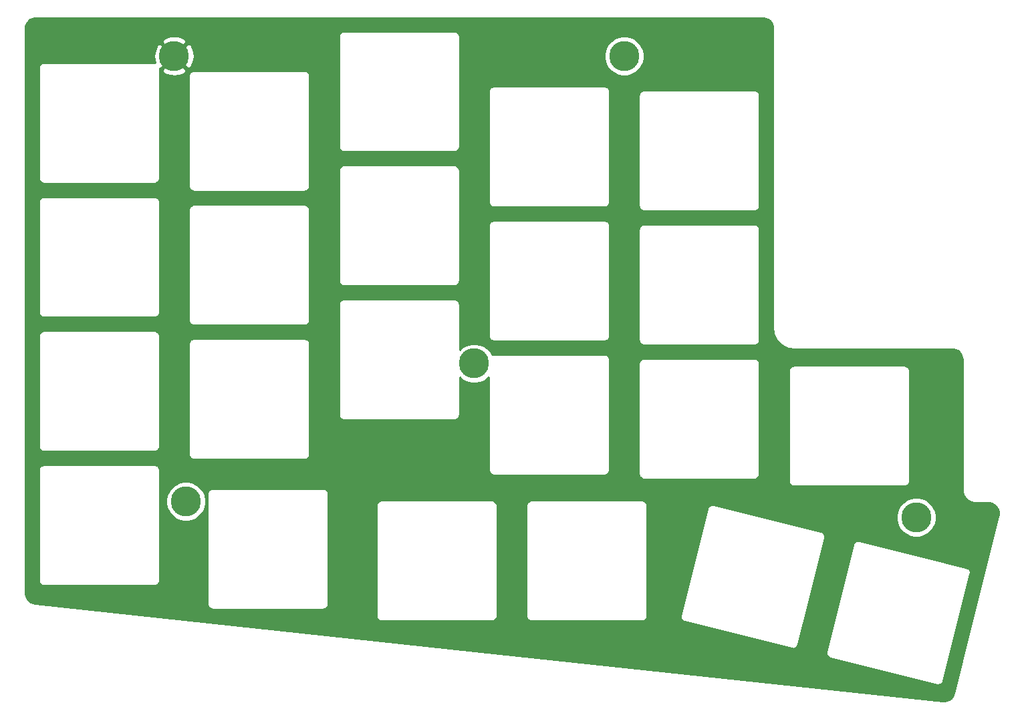
<source format=gbr>
G04 #@! TF.GenerationSoftware,KiCad,Pcbnew,(5.1.2)-2*
G04 #@! TF.CreationDate,2020-04-16T23:42:25+09:00*
G04 #@! TF.ProjectId,17mm topplate,31376d6d-2074-46f7-9070-6c6174652e6b,rev?*
G04 #@! TF.SameCoordinates,Original*
G04 #@! TF.FileFunction,Copper,L2,Bot*
G04 #@! TF.FilePolarity,Positive*
%FSLAX46Y46*%
G04 Gerber Fmt 4.6, Leading zero omitted, Abs format (unit mm)*
G04 Created by KiCad (PCBNEW (5.1.2)-2) date 2020-04-16 23:42:25*
%MOMM*%
%LPD*%
G04 APERTURE LIST*
%ADD10C,3.800000*%
%ADD11C,0.254000*%
G04 APERTURE END LIST*
D10*
X193500000Y-134000000D03*
X137500000Y-114500000D03*
X156500000Y-75500000D03*
X101000000Y-132000000D03*
X99500000Y-75500000D03*
D11*
G36*
X174259659Y-70688625D02*
G01*
X174509429Y-70764035D01*
X174739792Y-70886522D01*
X174941980Y-71051422D01*
X175108286Y-71252450D01*
X175232378Y-71481954D01*
X175309531Y-71731195D01*
X175340001Y-72021098D01*
X175340000Y-110032418D01*
X175342852Y-110061372D01*
X175342765Y-110073781D01*
X175343665Y-110082952D01*
X175384466Y-110471145D01*
X175396487Y-110529708D01*
X175407702Y-110588501D01*
X175410366Y-110597323D01*
X175525790Y-110970198D01*
X175548975Y-111025353D01*
X175571379Y-111080806D01*
X175575706Y-111088943D01*
X175761357Y-111432298D01*
X175794780Y-111481849D01*
X175827562Y-111531946D01*
X175833387Y-111539087D01*
X176082194Y-111839841D01*
X176124629Y-111881981D01*
X176166492Y-111924730D01*
X176173592Y-111930604D01*
X176476077Y-112177305D01*
X176525904Y-112210409D01*
X176575259Y-112244204D01*
X176583365Y-112248587D01*
X176928007Y-112431837D01*
X176983311Y-112454631D01*
X177038295Y-112478198D01*
X177047098Y-112480923D01*
X177420770Y-112593741D01*
X177479458Y-112605361D01*
X177537961Y-112617797D01*
X177547126Y-112618760D01*
X177935595Y-112656850D01*
X177935598Y-112656850D01*
X177967581Y-112660000D01*
X197967721Y-112660000D01*
X198259659Y-112688625D01*
X198509429Y-112764035D01*
X198739792Y-112886522D01*
X198941980Y-113051422D01*
X199108286Y-113252450D01*
X199232378Y-113481954D01*
X199309531Y-113731195D01*
X199340000Y-114021089D01*
X199340001Y-130532419D01*
X199342783Y-130560664D01*
X199342740Y-130566801D01*
X199343640Y-130575972D01*
X199364041Y-130770069D01*
X199376068Y-130828658D01*
X199387277Y-130887423D01*
X199389941Y-130896245D01*
X199447653Y-131082683D01*
X199470838Y-131137838D01*
X199493242Y-131193291D01*
X199497568Y-131201427D01*
X199590393Y-131373104D01*
X199623846Y-131422699D01*
X199656600Y-131472753D01*
X199662424Y-131479894D01*
X199786828Y-131630272D01*
X199829263Y-131672411D01*
X199871126Y-131715161D01*
X199878227Y-131721034D01*
X200029469Y-131844384D01*
X200079277Y-131877477D01*
X200128651Y-131911284D01*
X200136757Y-131915667D01*
X200309080Y-132007292D01*
X200364392Y-132030090D01*
X200419366Y-132053652D01*
X200428169Y-132056377D01*
X200615006Y-132112786D01*
X200673686Y-132124405D01*
X200732196Y-132136842D01*
X200741361Y-132137805D01*
X200935594Y-132156850D01*
X200935598Y-132156850D01*
X200967581Y-132160000D01*
X202542402Y-132160000D01*
X202849368Y-132190098D01*
X203098852Y-132265422D01*
X203328962Y-132387773D01*
X203530919Y-132552485D01*
X203697041Y-132753292D01*
X203820995Y-132982539D01*
X203898060Y-133231497D01*
X203925300Y-133490673D01*
X203899551Y-133773613D01*
X203887308Y-133829539D01*
X198297366Y-156249206D01*
X198198807Y-156523339D01*
X198064422Y-156747213D01*
X197889114Y-156940720D01*
X197679558Y-157096491D01*
X197443739Y-157208592D01*
X197190631Y-157272754D01*
X196907457Y-157287718D01*
X196839948Y-157282643D01*
X139942779Y-151176799D01*
X182052048Y-151176799D01*
X182058570Y-151306643D01*
X182090296Y-151432720D01*
X182146010Y-151550186D01*
X182223570Y-151654526D01*
X182319995Y-151741728D01*
X182431580Y-151808445D01*
X182554037Y-151852110D01*
X182586265Y-151856855D01*
X196107499Y-155228077D01*
X196138177Y-155239016D01*
X196170399Y-155243760D01*
X196170404Y-155243761D01*
X196266798Y-155257952D01*
X196266799Y-155257952D01*
X196273008Y-155257640D01*
X196396643Y-155251431D01*
X196522720Y-155219704D01*
X196640186Y-155163990D01*
X196744526Y-155086430D01*
X196831729Y-154990005D01*
X196898445Y-154878420D01*
X196942110Y-154755963D01*
X196946855Y-154723735D01*
X200318077Y-141202501D01*
X200329016Y-141171823D01*
X200347952Y-141043201D01*
X200341431Y-140913356D01*
X200309704Y-140787279D01*
X200253990Y-140669813D01*
X200176430Y-140565473D01*
X200080005Y-140478271D01*
X199968421Y-140411554D01*
X199876647Y-140378830D01*
X199876637Y-140378827D01*
X199845963Y-140367890D01*
X199813745Y-140363147D01*
X186292503Y-136991924D01*
X186261823Y-136980984D01*
X186229598Y-136976240D01*
X186229595Y-136976239D01*
X186133201Y-136962048D01*
X186003356Y-136968569D01*
X185877279Y-137000296D01*
X185759813Y-137056010D01*
X185655473Y-137133570D01*
X185568271Y-137229995D01*
X185501554Y-137341579D01*
X185468830Y-137433353D01*
X185468827Y-137433363D01*
X185457890Y-137464037D01*
X185453147Y-137496255D01*
X182081924Y-151017497D01*
X182070984Y-151048177D01*
X182066240Y-151080402D01*
X182066239Y-151080405D01*
X182052048Y-151176799D01*
X139942779Y-151176799D01*
X81902781Y-144948314D01*
X81604155Y-144886884D01*
X81363675Y-144785678D01*
X81147439Y-144639693D01*
X80963675Y-144454486D01*
X80819382Y-144237110D01*
X80720060Y-143995852D01*
X80666329Y-143723891D01*
X80660000Y-143593933D01*
X80660000Y-128000000D01*
X82336807Y-128000000D01*
X82340001Y-128032429D01*
X82340000Y-141967581D01*
X82336807Y-142000000D01*
X82349550Y-142129383D01*
X82387290Y-142253793D01*
X82448575Y-142368450D01*
X82531052Y-142468948D01*
X82631550Y-142551425D01*
X82746207Y-142612710D01*
X82870617Y-142650450D01*
X83000000Y-142663193D01*
X83032419Y-142660000D01*
X96967581Y-142660000D01*
X97000000Y-142663193D01*
X97032419Y-142660000D01*
X97129383Y-142650450D01*
X97253793Y-142612710D01*
X97368450Y-142551425D01*
X97468948Y-142468948D01*
X97551425Y-142368450D01*
X97612710Y-142253793D01*
X97650450Y-142129383D01*
X97663193Y-142000000D01*
X97660000Y-141967581D01*
X97660000Y-131750324D01*
X98465000Y-131750324D01*
X98465000Y-132249676D01*
X98562418Y-132739432D01*
X98753512Y-133200773D01*
X99030937Y-133615968D01*
X99384032Y-133969063D01*
X99799227Y-134246488D01*
X100260568Y-134437582D01*
X100750324Y-134535000D01*
X101249676Y-134535000D01*
X101739432Y-134437582D01*
X102200773Y-134246488D01*
X102615968Y-133969063D01*
X102969063Y-133615968D01*
X103246488Y-133200773D01*
X103437582Y-132739432D01*
X103535000Y-132249676D01*
X103535000Y-131750324D01*
X103437582Y-131260568D01*
X103329652Y-131000000D01*
X103706807Y-131000000D01*
X103710001Y-131032429D01*
X103710000Y-144967581D01*
X103706807Y-145000000D01*
X103719550Y-145129383D01*
X103757290Y-145253793D01*
X103818575Y-145368450D01*
X103861225Y-145420419D01*
X103901052Y-145468948D01*
X104001550Y-145551425D01*
X104116207Y-145612710D01*
X104240617Y-145650450D01*
X104370000Y-145663193D01*
X104402419Y-145660000D01*
X118337581Y-145660000D01*
X118370000Y-145663193D01*
X118402419Y-145660000D01*
X118499383Y-145650450D01*
X118623793Y-145612710D01*
X118738450Y-145551425D01*
X118838948Y-145468948D01*
X118921425Y-145368450D01*
X118982710Y-145253793D01*
X119020450Y-145129383D01*
X119033193Y-145000000D01*
X119030000Y-144967581D01*
X119030000Y-132500000D01*
X125086807Y-132500000D01*
X125090001Y-132532429D01*
X125090000Y-146467581D01*
X125086807Y-146500000D01*
X125099550Y-146629383D01*
X125137290Y-146753793D01*
X125198575Y-146868450D01*
X125273861Y-146960186D01*
X125281052Y-146968948D01*
X125381550Y-147051425D01*
X125496207Y-147112710D01*
X125620617Y-147150450D01*
X125750000Y-147163193D01*
X125782419Y-147160000D01*
X139717581Y-147160000D01*
X139750000Y-147163193D01*
X139782419Y-147160000D01*
X139879383Y-147150450D01*
X140003793Y-147112710D01*
X140118450Y-147051425D01*
X140218948Y-146968948D01*
X140301425Y-146868450D01*
X140362710Y-146753793D01*
X140400450Y-146629383D01*
X140413193Y-146500000D01*
X140410000Y-146467581D01*
X140410000Y-132532419D01*
X140413193Y-132500000D01*
X144086807Y-132500000D01*
X144090001Y-132532429D01*
X144090000Y-146467581D01*
X144086807Y-146500000D01*
X144099550Y-146629383D01*
X144137290Y-146753793D01*
X144198575Y-146868450D01*
X144273861Y-146960186D01*
X144281052Y-146968948D01*
X144381550Y-147051425D01*
X144496207Y-147112710D01*
X144620617Y-147150450D01*
X144750000Y-147163193D01*
X144782419Y-147160000D01*
X158717581Y-147160000D01*
X158750000Y-147163193D01*
X158782419Y-147160000D01*
X158879383Y-147150450D01*
X159003793Y-147112710D01*
X159118450Y-147051425D01*
X159218948Y-146968948D01*
X159301425Y-146868450D01*
X159362710Y-146753793D01*
X159400450Y-146629383D01*
X159404644Y-146586799D01*
X163622048Y-146586799D01*
X163628570Y-146716643D01*
X163660296Y-146842720D01*
X163716010Y-146960186D01*
X163793570Y-147064526D01*
X163889995Y-147151728D01*
X164001580Y-147218445D01*
X164124037Y-147262110D01*
X164156265Y-147266855D01*
X177677499Y-150638077D01*
X177708177Y-150649016D01*
X177740399Y-150653760D01*
X177740404Y-150653761D01*
X177836798Y-150667952D01*
X177836799Y-150667952D01*
X177843008Y-150667640D01*
X177966643Y-150661431D01*
X178092720Y-150629704D01*
X178210186Y-150573990D01*
X178314526Y-150496430D01*
X178401729Y-150400005D01*
X178468445Y-150288420D01*
X178512110Y-150165963D01*
X178516855Y-150133735D01*
X181888077Y-136612501D01*
X181899016Y-136581823D01*
X181905910Y-136535000D01*
X181917952Y-136453202D01*
X181911431Y-136323357D01*
X181879704Y-136197280D01*
X181823990Y-136079814D01*
X181823990Y-136079813D01*
X181746430Y-135975473D01*
X181650005Y-135888271D01*
X181538421Y-135821554D01*
X181446647Y-135788830D01*
X181446637Y-135788827D01*
X181415963Y-135777890D01*
X181383745Y-135773147D01*
X173270643Y-133750324D01*
X190965000Y-133750324D01*
X190965000Y-134249676D01*
X191062418Y-134739432D01*
X191253512Y-135200773D01*
X191530937Y-135615968D01*
X191884032Y-135969063D01*
X192299227Y-136246488D01*
X192760568Y-136437582D01*
X193250324Y-136535000D01*
X193749676Y-136535000D01*
X194239432Y-136437582D01*
X194700773Y-136246488D01*
X195115968Y-135969063D01*
X195469063Y-135615968D01*
X195746488Y-135200773D01*
X195937582Y-134739432D01*
X196035000Y-134249676D01*
X196035000Y-133750324D01*
X195937582Y-133260568D01*
X195746488Y-132799227D01*
X195469063Y-132384032D01*
X195115968Y-132030937D01*
X194700773Y-131753512D01*
X194239432Y-131562418D01*
X193749676Y-131465000D01*
X193250324Y-131465000D01*
X192760568Y-131562418D01*
X192299227Y-131753512D01*
X191884032Y-132030937D01*
X191530937Y-132384032D01*
X191253512Y-132799227D01*
X191062418Y-133260568D01*
X190965000Y-133750324D01*
X173270643Y-133750324D01*
X167862503Y-132401924D01*
X167831823Y-132390984D01*
X167799598Y-132386240D01*
X167799595Y-132386239D01*
X167703201Y-132372048D01*
X167573356Y-132378569D01*
X167447279Y-132410296D01*
X167329813Y-132466010D01*
X167225473Y-132543570D01*
X167138271Y-132639995D01*
X167071554Y-132751579D01*
X167038830Y-132843353D01*
X167038827Y-132843363D01*
X167027890Y-132874037D01*
X167023147Y-132906255D01*
X163651924Y-146427497D01*
X163640984Y-146458177D01*
X163636240Y-146490402D01*
X163636239Y-146490405D01*
X163622048Y-146586799D01*
X159404644Y-146586799D01*
X159413193Y-146500000D01*
X159410000Y-146467581D01*
X159410000Y-132532419D01*
X159413193Y-132500000D01*
X159400450Y-132370617D01*
X159362710Y-132246207D01*
X159301425Y-132131550D01*
X159218948Y-132031052D01*
X159118450Y-131948575D01*
X159003793Y-131887290D01*
X158879383Y-131849550D01*
X158782419Y-131840000D01*
X158750000Y-131836807D01*
X158717581Y-131840000D01*
X144782419Y-131840000D01*
X144750000Y-131836807D01*
X144717581Y-131840000D01*
X144620617Y-131849550D01*
X144496207Y-131887290D01*
X144381550Y-131948575D01*
X144281052Y-132031052D01*
X144198575Y-132131550D01*
X144137290Y-132246207D01*
X144099550Y-132370617D01*
X144086807Y-132500000D01*
X140413193Y-132500000D01*
X140400450Y-132370617D01*
X140362710Y-132246207D01*
X140301425Y-132131550D01*
X140218948Y-132031052D01*
X140118450Y-131948575D01*
X140003793Y-131887290D01*
X139879383Y-131849550D01*
X139782419Y-131840000D01*
X139750000Y-131836807D01*
X139717581Y-131840000D01*
X125782419Y-131840000D01*
X125750000Y-131836807D01*
X125717581Y-131840000D01*
X125620617Y-131849550D01*
X125496207Y-131887290D01*
X125381550Y-131948575D01*
X125281052Y-132031052D01*
X125198575Y-132131550D01*
X125137290Y-132246207D01*
X125099550Y-132370617D01*
X125086807Y-132500000D01*
X119030000Y-132500000D01*
X119030000Y-131032419D01*
X119033193Y-131000000D01*
X119020450Y-130870617D01*
X118982710Y-130746207D01*
X118921425Y-130631550D01*
X118838948Y-130531052D01*
X118738450Y-130448575D01*
X118623793Y-130387290D01*
X118499383Y-130349550D01*
X118402419Y-130340000D01*
X118370000Y-130336807D01*
X118337581Y-130340000D01*
X104402419Y-130340000D01*
X104370000Y-130336807D01*
X104337581Y-130340000D01*
X104240617Y-130349550D01*
X104116207Y-130387290D01*
X104001550Y-130448575D01*
X103901052Y-130531052D01*
X103818575Y-130631550D01*
X103757290Y-130746207D01*
X103719550Y-130870617D01*
X103706807Y-131000000D01*
X103329652Y-131000000D01*
X103246488Y-130799227D01*
X102969063Y-130384032D01*
X102615968Y-130030937D01*
X102200773Y-129753512D01*
X101739432Y-129562418D01*
X101249676Y-129465000D01*
X100750324Y-129465000D01*
X100260568Y-129562418D01*
X99799227Y-129753512D01*
X99384032Y-130030937D01*
X99030937Y-130384032D01*
X98753512Y-130799227D01*
X98562418Y-131260568D01*
X98465000Y-131750324D01*
X97660000Y-131750324D01*
X97660000Y-128032418D01*
X97663193Y-128000000D01*
X97650450Y-127870617D01*
X97612710Y-127746207D01*
X97551425Y-127631550D01*
X97468948Y-127531052D01*
X97368450Y-127448575D01*
X97253793Y-127387290D01*
X97129383Y-127349550D01*
X97032419Y-127340000D01*
X97000000Y-127336807D01*
X96967581Y-127340000D01*
X83032419Y-127340000D01*
X83000000Y-127336807D01*
X82967581Y-127340000D01*
X82870617Y-127349550D01*
X82746207Y-127387290D01*
X82631550Y-127448575D01*
X82531052Y-127531052D01*
X82448575Y-127631550D01*
X82387290Y-127746207D01*
X82349550Y-127870617D01*
X82336807Y-128000000D01*
X80660000Y-128000000D01*
X80660000Y-111000000D01*
X82336807Y-111000000D01*
X82340001Y-111032429D01*
X82340000Y-124967581D01*
X82336807Y-125000000D01*
X82349550Y-125129383D01*
X82387290Y-125253793D01*
X82448575Y-125368450D01*
X82464037Y-125387290D01*
X82531052Y-125468948D01*
X82631550Y-125551425D01*
X82746207Y-125612710D01*
X82870617Y-125650450D01*
X83000000Y-125663193D01*
X83032419Y-125660000D01*
X96967581Y-125660000D01*
X97000000Y-125663193D01*
X97032419Y-125660000D01*
X97129383Y-125650450D01*
X97253793Y-125612710D01*
X97368450Y-125551425D01*
X97468948Y-125468948D01*
X97551425Y-125368450D01*
X97612710Y-125253793D01*
X97650450Y-125129383D01*
X97663193Y-125000000D01*
X97660000Y-124967581D01*
X97660000Y-112000000D01*
X101336807Y-112000000D01*
X101340001Y-112032429D01*
X101340000Y-125967581D01*
X101336807Y-126000000D01*
X101349550Y-126129383D01*
X101387290Y-126253793D01*
X101448575Y-126368450D01*
X101531052Y-126468948D01*
X101631550Y-126551425D01*
X101746207Y-126612710D01*
X101870617Y-126650450D01*
X102000000Y-126663193D01*
X102032419Y-126660000D01*
X115967581Y-126660000D01*
X116000000Y-126663193D01*
X116032419Y-126660000D01*
X116129383Y-126650450D01*
X116253793Y-126612710D01*
X116368450Y-126551425D01*
X116468948Y-126468948D01*
X116551425Y-126368450D01*
X116612710Y-126253793D01*
X116650450Y-126129383D01*
X116663193Y-126000000D01*
X116660000Y-125967581D01*
X116660000Y-112032419D01*
X116663193Y-112000000D01*
X116650450Y-111870617D01*
X116612710Y-111746207D01*
X116551425Y-111631550D01*
X116468948Y-111531052D01*
X116368450Y-111448575D01*
X116253793Y-111387290D01*
X116129383Y-111349550D01*
X116032419Y-111340000D01*
X116000000Y-111336807D01*
X115967581Y-111340000D01*
X102032419Y-111340000D01*
X102000000Y-111336807D01*
X101967581Y-111340000D01*
X101870617Y-111349550D01*
X101746207Y-111387290D01*
X101631550Y-111448575D01*
X101531052Y-111531052D01*
X101448575Y-111631550D01*
X101387290Y-111746207D01*
X101349550Y-111870617D01*
X101336807Y-112000000D01*
X97660000Y-112000000D01*
X97660000Y-111032418D01*
X97663193Y-111000000D01*
X97650450Y-110870617D01*
X97612710Y-110746207D01*
X97551425Y-110631550D01*
X97468948Y-110531052D01*
X97368450Y-110448575D01*
X97253793Y-110387290D01*
X97129383Y-110349550D01*
X97032419Y-110340000D01*
X97000000Y-110336807D01*
X96967581Y-110340000D01*
X83032419Y-110340000D01*
X83000000Y-110336807D01*
X82967581Y-110340000D01*
X82870617Y-110349550D01*
X82746207Y-110387290D01*
X82631550Y-110448575D01*
X82531052Y-110531052D01*
X82448575Y-110631550D01*
X82387290Y-110746207D01*
X82349550Y-110870617D01*
X82336807Y-111000000D01*
X80660000Y-111000000D01*
X80660000Y-94000000D01*
X82336807Y-94000000D01*
X82340001Y-94032429D01*
X82340000Y-107967581D01*
X82336807Y-108000000D01*
X82349550Y-108129383D01*
X82387290Y-108253793D01*
X82448575Y-108368450D01*
X82464037Y-108387290D01*
X82531052Y-108468948D01*
X82631550Y-108551425D01*
X82746207Y-108612710D01*
X82870617Y-108650450D01*
X83000000Y-108663193D01*
X83032419Y-108660000D01*
X96967581Y-108660000D01*
X97000000Y-108663193D01*
X97032419Y-108660000D01*
X97129383Y-108650450D01*
X97253793Y-108612710D01*
X97368450Y-108551425D01*
X97468948Y-108468948D01*
X97551425Y-108368450D01*
X97612710Y-108253793D01*
X97650450Y-108129383D01*
X97663193Y-108000000D01*
X97660000Y-107967581D01*
X97660000Y-95000000D01*
X101336807Y-95000000D01*
X101340001Y-95032429D01*
X101340000Y-108967581D01*
X101336807Y-109000000D01*
X101349550Y-109129383D01*
X101387290Y-109253793D01*
X101448575Y-109368450D01*
X101459804Y-109382132D01*
X101531052Y-109468948D01*
X101631550Y-109551425D01*
X101746207Y-109612710D01*
X101870617Y-109650450D01*
X102000000Y-109663193D01*
X102032419Y-109660000D01*
X115967581Y-109660000D01*
X116000000Y-109663193D01*
X116032419Y-109660000D01*
X116129383Y-109650450D01*
X116253793Y-109612710D01*
X116368450Y-109551425D01*
X116468948Y-109468948D01*
X116551425Y-109368450D01*
X116612710Y-109253793D01*
X116650450Y-109129383D01*
X116663193Y-109000000D01*
X116660000Y-108967581D01*
X116660000Y-107000000D01*
X120336807Y-107000000D01*
X120340001Y-107032429D01*
X120340000Y-120967581D01*
X120336807Y-121000000D01*
X120349550Y-121129383D01*
X120387290Y-121253793D01*
X120448575Y-121368450D01*
X120531052Y-121468948D01*
X120631550Y-121551425D01*
X120746207Y-121612710D01*
X120870617Y-121650450D01*
X121000000Y-121663193D01*
X121032419Y-121660000D01*
X134967581Y-121660000D01*
X135000000Y-121663193D01*
X135032419Y-121660000D01*
X135129383Y-121650450D01*
X135253793Y-121612710D01*
X135368450Y-121551425D01*
X135468948Y-121468948D01*
X135551425Y-121368450D01*
X135612710Y-121253793D01*
X135650450Y-121129383D01*
X135663193Y-121000000D01*
X135660000Y-120967581D01*
X135660000Y-116245031D01*
X135884032Y-116469063D01*
X136299227Y-116746488D01*
X136760568Y-116937582D01*
X137250324Y-117035000D01*
X137749676Y-117035000D01*
X138239432Y-116937582D01*
X138700773Y-116746488D01*
X139115968Y-116469063D01*
X139340001Y-116245030D01*
X139340000Y-127967581D01*
X139336807Y-128000000D01*
X139349550Y-128129383D01*
X139387290Y-128253793D01*
X139448575Y-128368450D01*
X139531052Y-128468948D01*
X139631550Y-128551425D01*
X139746207Y-128612710D01*
X139870617Y-128650450D01*
X140000000Y-128663193D01*
X140032419Y-128660000D01*
X153967581Y-128660000D01*
X154000000Y-128663193D01*
X154032419Y-128660000D01*
X154129383Y-128650450D01*
X154253793Y-128612710D01*
X154368450Y-128551425D01*
X154468948Y-128468948D01*
X154551425Y-128368450D01*
X154612710Y-128253793D01*
X154650450Y-128129383D01*
X154663193Y-128000000D01*
X154660000Y-127967581D01*
X154660000Y-114500000D01*
X158336807Y-114500000D01*
X158340001Y-114532429D01*
X158340000Y-128467581D01*
X158336807Y-128500000D01*
X158349550Y-128629383D01*
X158387290Y-128753793D01*
X158448575Y-128868450D01*
X158508158Y-128941052D01*
X158531052Y-128968948D01*
X158631550Y-129051425D01*
X158746207Y-129112710D01*
X158870617Y-129150450D01*
X159000000Y-129163193D01*
X159032419Y-129160000D01*
X172967581Y-129160000D01*
X173000000Y-129163193D01*
X173032419Y-129160000D01*
X173070931Y-129156207D01*
X173129383Y-129150450D01*
X173253793Y-129112710D01*
X173368450Y-129051425D01*
X173468948Y-128968948D01*
X173551425Y-128868450D01*
X173612710Y-128753793D01*
X173650450Y-128629383D01*
X173660000Y-128532419D01*
X173660000Y-128532418D01*
X173663193Y-128500000D01*
X173660000Y-128467581D01*
X173660000Y-115410000D01*
X177336807Y-115410000D01*
X177340001Y-115442429D01*
X177340000Y-129377581D01*
X177336807Y-129410000D01*
X177349550Y-129539383D01*
X177387290Y-129663793D01*
X177448575Y-129778450D01*
X177509034Y-129852119D01*
X177531052Y-129878948D01*
X177631550Y-129961425D01*
X177746207Y-130022710D01*
X177870617Y-130060450D01*
X178000000Y-130073193D01*
X178032419Y-130070000D01*
X191967581Y-130070000D01*
X192000000Y-130073193D01*
X192032419Y-130070000D01*
X192040065Y-130069247D01*
X192129383Y-130060450D01*
X192253793Y-130022710D01*
X192368450Y-129961425D01*
X192468948Y-129878948D01*
X192551425Y-129778450D01*
X192612710Y-129663793D01*
X192650450Y-129539383D01*
X192660000Y-129442419D01*
X192660000Y-129442418D01*
X192663193Y-129410000D01*
X192660000Y-129377581D01*
X192660000Y-115442419D01*
X192663193Y-115410000D01*
X192650450Y-115280617D01*
X192612710Y-115156207D01*
X192551425Y-115041550D01*
X192468948Y-114941052D01*
X192368450Y-114858575D01*
X192253793Y-114797290D01*
X192129383Y-114759550D01*
X192032419Y-114750000D01*
X192000000Y-114746807D01*
X191967581Y-114750000D01*
X178032419Y-114750000D01*
X178000000Y-114746807D01*
X177967581Y-114750000D01*
X177870617Y-114759550D01*
X177746207Y-114797290D01*
X177631550Y-114858575D01*
X177531052Y-114941052D01*
X177448575Y-115041550D01*
X177387290Y-115156207D01*
X177349550Y-115280617D01*
X177336807Y-115410000D01*
X173660000Y-115410000D01*
X173660000Y-114532419D01*
X173663193Y-114500000D01*
X173650450Y-114370617D01*
X173612710Y-114246207D01*
X173551425Y-114131550D01*
X173468948Y-114031052D01*
X173368450Y-113948575D01*
X173253793Y-113887290D01*
X173129383Y-113849550D01*
X173032419Y-113840000D01*
X173000000Y-113836807D01*
X172967581Y-113840000D01*
X159032419Y-113840000D01*
X159000000Y-113836807D01*
X158967581Y-113840000D01*
X158870617Y-113849550D01*
X158746207Y-113887290D01*
X158631550Y-113948575D01*
X158531052Y-114031052D01*
X158448575Y-114131550D01*
X158387290Y-114246207D01*
X158349550Y-114370617D01*
X158336807Y-114500000D01*
X154660000Y-114500000D01*
X154660000Y-114032419D01*
X154663193Y-114000000D01*
X154650450Y-113870617D01*
X154612710Y-113746207D01*
X154551425Y-113631550D01*
X154468948Y-113531052D01*
X154368450Y-113448575D01*
X154253793Y-113387290D01*
X154129383Y-113349550D01*
X154032419Y-113340000D01*
X154000000Y-113336807D01*
X153967581Y-113340000D01*
X140032419Y-113340000D01*
X140000000Y-113336807D01*
X139967581Y-113340000D01*
X139870617Y-113349550D01*
X139778862Y-113377384D01*
X139746488Y-113299227D01*
X139469063Y-112884032D01*
X139115968Y-112530937D01*
X138700773Y-112253512D01*
X138239432Y-112062418D01*
X137749676Y-111965000D01*
X137250324Y-111965000D01*
X136760568Y-112062418D01*
X136299227Y-112253512D01*
X135884032Y-112530937D01*
X135660000Y-112754969D01*
X135660000Y-107032419D01*
X135663193Y-107000000D01*
X135650450Y-106870617D01*
X135612710Y-106746207D01*
X135551425Y-106631550D01*
X135468948Y-106531052D01*
X135368450Y-106448575D01*
X135253793Y-106387290D01*
X135129383Y-106349550D01*
X135032419Y-106340000D01*
X135000000Y-106336807D01*
X134967581Y-106340000D01*
X121032419Y-106340000D01*
X121000000Y-106336807D01*
X120967581Y-106340000D01*
X120870617Y-106349550D01*
X120746207Y-106387290D01*
X120631550Y-106448575D01*
X120531052Y-106531052D01*
X120448575Y-106631550D01*
X120387290Y-106746207D01*
X120349550Y-106870617D01*
X120336807Y-107000000D01*
X116660000Y-107000000D01*
X116660000Y-95032419D01*
X116663193Y-95000000D01*
X116650450Y-94870617D01*
X116612710Y-94746207D01*
X116551425Y-94631550D01*
X116468948Y-94531052D01*
X116368450Y-94448575D01*
X116253793Y-94387290D01*
X116129383Y-94349550D01*
X116032419Y-94340000D01*
X116000000Y-94336807D01*
X115967581Y-94340000D01*
X102032419Y-94340000D01*
X102000000Y-94336807D01*
X101967581Y-94340000D01*
X101870617Y-94349550D01*
X101746207Y-94387290D01*
X101631550Y-94448575D01*
X101531052Y-94531052D01*
X101448575Y-94631550D01*
X101387290Y-94746207D01*
X101349550Y-94870617D01*
X101336807Y-95000000D01*
X97660000Y-95000000D01*
X97660000Y-94032418D01*
X97663193Y-94000000D01*
X97650450Y-93870617D01*
X97612710Y-93746207D01*
X97551425Y-93631550D01*
X97468948Y-93531052D01*
X97368450Y-93448575D01*
X97253793Y-93387290D01*
X97129383Y-93349550D01*
X97032419Y-93340000D01*
X97000000Y-93336807D01*
X96967581Y-93340000D01*
X83032419Y-93340000D01*
X83000000Y-93336807D01*
X82967581Y-93340000D01*
X82870617Y-93349550D01*
X82746207Y-93387290D01*
X82631550Y-93448575D01*
X82531052Y-93531052D01*
X82448575Y-93631550D01*
X82387290Y-93746207D01*
X82349550Y-93870617D01*
X82336807Y-94000000D01*
X80660000Y-94000000D01*
X80660000Y-77000000D01*
X82336807Y-77000000D01*
X82340001Y-77032429D01*
X82340000Y-90967581D01*
X82336807Y-91000000D01*
X82349550Y-91129383D01*
X82387290Y-91253793D01*
X82448575Y-91368450D01*
X82464037Y-91387290D01*
X82531052Y-91468948D01*
X82631550Y-91551425D01*
X82746207Y-91612710D01*
X82870617Y-91650450D01*
X83000000Y-91663193D01*
X83032419Y-91660000D01*
X96967581Y-91660000D01*
X97000000Y-91663193D01*
X97032419Y-91660000D01*
X97129383Y-91650450D01*
X97253793Y-91612710D01*
X97368450Y-91551425D01*
X97468948Y-91468948D01*
X97551425Y-91368450D01*
X97612710Y-91253793D01*
X97650450Y-91129383D01*
X97663193Y-91000000D01*
X97660000Y-90967581D01*
X97660000Y-77276349D01*
X97903256Y-77276349D01*
X98107362Y-77632867D01*
X98550223Y-77863575D01*
X99029583Y-78003452D01*
X99527021Y-78047123D01*
X99958494Y-78000000D01*
X101336807Y-78000000D01*
X101340001Y-78032429D01*
X101340000Y-91967581D01*
X101336807Y-92000000D01*
X101349550Y-92129383D01*
X101387290Y-92253793D01*
X101448575Y-92368450D01*
X101531052Y-92468948D01*
X101631550Y-92551425D01*
X101746207Y-92612710D01*
X101870617Y-92650450D01*
X102000000Y-92663193D01*
X102032419Y-92660000D01*
X115967581Y-92660000D01*
X116000000Y-92663193D01*
X116032419Y-92660000D01*
X116129383Y-92650450D01*
X116253793Y-92612710D01*
X116368450Y-92551425D01*
X116468948Y-92468948D01*
X116551425Y-92368450D01*
X116612710Y-92253793D01*
X116650450Y-92129383D01*
X116663193Y-92000000D01*
X116660000Y-91967581D01*
X116660000Y-90000000D01*
X120336807Y-90000000D01*
X120340001Y-90032429D01*
X120340000Y-103967581D01*
X120336807Y-104000000D01*
X120349550Y-104129383D01*
X120387290Y-104253793D01*
X120448575Y-104368450D01*
X120531052Y-104468948D01*
X120631550Y-104551425D01*
X120746207Y-104612710D01*
X120870617Y-104650450D01*
X121000000Y-104663193D01*
X121032419Y-104660000D01*
X134967581Y-104660000D01*
X135000000Y-104663193D01*
X135032419Y-104660000D01*
X135129383Y-104650450D01*
X135253793Y-104612710D01*
X135368450Y-104551425D01*
X135468948Y-104468948D01*
X135551425Y-104368450D01*
X135612710Y-104253793D01*
X135650450Y-104129383D01*
X135663193Y-104000000D01*
X135660000Y-103967581D01*
X135660000Y-97000000D01*
X139336807Y-97000000D01*
X139340001Y-97032429D01*
X139340000Y-110967581D01*
X139336807Y-111000000D01*
X139349550Y-111129383D01*
X139387290Y-111253793D01*
X139448575Y-111368450D01*
X139520689Y-111456321D01*
X139531052Y-111468948D01*
X139631550Y-111551425D01*
X139746207Y-111612710D01*
X139870617Y-111650450D01*
X140000000Y-111663193D01*
X140032419Y-111660000D01*
X153967581Y-111660000D01*
X154000000Y-111663193D01*
X154032419Y-111660000D01*
X154129383Y-111650450D01*
X154253793Y-111612710D01*
X154368450Y-111551425D01*
X154468948Y-111468948D01*
X154551425Y-111368450D01*
X154612710Y-111253793D01*
X154650450Y-111129383D01*
X154663193Y-111000000D01*
X154660000Y-110967581D01*
X154660000Y-97500000D01*
X158336807Y-97500000D01*
X158340001Y-97532429D01*
X158340000Y-111467581D01*
X158336807Y-111500000D01*
X158349550Y-111629383D01*
X158387290Y-111753793D01*
X158448575Y-111868450D01*
X158527812Y-111965000D01*
X158531052Y-111968948D01*
X158631550Y-112051425D01*
X158746207Y-112112710D01*
X158870617Y-112150450D01*
X159000000Y-112163193D01*
X159032419Y-112160000D01*
X172967581Y-112160000D01*
X173000000Y-112163193D01*
X173032419Y-112160000D01*
X173129383Y-112150450D01*
X173253793Y-112112710D01*
X173368450Y-112051425D01*
X173468948Y-111968948D01*
X173551425Y-111868450D01*
X173612710Y-111753793D01*
X173650450Y-111629383D01*
X173663193Y-111500000D01*
X173660000Y-111467581D01*
X173660000Y-97532419D01*
X173663193Y-97500000D01*
X173650450Y-97370617D01*
X173612710Y-97246207D01*
X173551425Y-97131550D01*
X173468948Y-97031052D01*
X173368450Y-96948575D01*
X173253793Y-96887290D01*
X173129383Y-96849550D01*
X173032419Y-96840000D01*
X173000000Y-96836807D01*
X172967581Y-96840000D01*
X159032419Y-96840000D01*
X159000000Y-96836807D01*
X158967581Y-96840000D01*
X158870617Y-96849550D01*
X158746207Y-96887290D01*
X158631550Y-96948575D01*
X158531052Y-97031052D01*
X158448575Y-97131550D01*
X158387290Y-97246207D01*
X158349550Y-97370617D01*
X158336807Y-97500000D01*
X154660000Y-97500000D01*
X154660000Y-97032419D01*
X154663193Y-97000000D01*
X154650450Y-96870617D01*
X154612710Y-96746207D01*
X154551425Y-96631550D01*
X154468948Y-96531052D01*
X154368450Y-96448575D01*
X154253793Y-96387290D01*
X154129383Y-96349550D01*
X154032419Y-96340000D01*
X154000000Y-96336807D01*
X153967581Y-96340000D01*
X140032419Y-96340000D01*
X140000000Y-96336807D01*
X139967581Y-96340000D01*
X139870617Y-96349550D01*
X139746207Y-96387290D01*
X139631550Y-96448575D01*
X139531052Y-96531052D01*
X139448575Y-96631550D01*
X139387290Y-96746207D01*
X139349550Y-96870617D01*
X139336807Y-97000000D01*
X135660000Y-97000000D01*
X135660000Y-90032419D01*
X135663193Y-90000000D01*
X135650450Y-89870617D01*
X135612710Y-89746207D01*
X135551425Y-89631550D01*
X135468948Y-89531052D01*
X135368450Y-89448575D01*
X135253793Y-89387290D01*
X135129383Y-89349550D01*
X135032419Y-89340000D01*
X135000000Y-89336807D01*
X134967581Y-89340000D01*
X121032419Y-89340000D01*
X121000000Y-89336807D01*
X120967581Y-89340000D01*
X120870617Y-89349550D01*
X120746207Y-89387290D01*
X120631550Y-89448575D01*
X120531052Y-89531052D01*
X120448575Y-89631550D01*
X120387290Y-89746207D01*
X120349550Y-89870617D01*
X120336807Y-90000000D01*
X116660000Y-90000000D01*
X116660000Y-78032419D01*
X116663193Y-78000000D01*
X116650450Y-77870617D01*
X116612710Y-77746207D01*
X116551425Y-77631550D01*
X116468948Y-77531052D01*
X116368450Y-77448575D01*
X116253793Y-77387290D01*
X116129383Y-77349550D01*
X116032419Y-77340000D01*
X116000000Y-77336807D01*
X115967581Y-77340000D01*
X102032419Y-77340000D01*
X102000000Y-77336807D01*
X101967581Y-77340000D01*
X101870617Y-77349550D01*
X101746207Y-77387290D01*
X101631550Y-77448575D01*
X101531052Y-77531052D01*
X101448575Y-77631550D01*
X101387290Y-77746207D01*
X101349550Y-77870617D01*
X101336807Y-78000000D01*
X99958494Y-78000000D01*
X100023422Y-77992909D01*
X100499707Y-77842894D01*
X100892638Y-77632867D01*
X101096744Y-77276349D01*
X99500000Y-75679605D01*
X97903256Y-77276349D01*
X97660000Y-77276349D01*
X97660000Y-77060304D01*
X97723651Y-77096744D01*
X99320395Y-75500000D01*
X99679605Y-75500000D01*
X101276349Y-77096744D01*
X101632867Y-76892638D01*
X101863575Y-76449777D01*
X102003452Y-75970417D01*
X102047123Y-75472979D01*
X101992909Y-74976578D01*
X101842894Y-74500293D01*
X101632867Y-74107362D01*
X101276349Y-73903256D01*
X99679605Y-75500000D01*
X99320395Y-75500000D01*
X97723651Y-73903256D01*
X97367133Y-74107362D01*
X97136425Y-74550223D01*
X96996548Y-75029583D01*
X96952877Y-75527021D01*
X97007091Y-76023422D01*
X97109185Y-76347561D01*
X97032419Y-76340000D01*
X97000000Y-76336807D01*
X96967581Y-76340000D01*
X83032419Y-76340000D01*
X83000000Y-76336807D01*
X82967581Y-76340000D01*
X82870617Y-76349550D01*
X82746207Y-76387290D01*
X82631550Y-76448575D01*
X82531052Y-76531052D01*
X82448575Y-76631550D01*
X82387290Y-76746207D01*
X82349550Y-76870617D01*
X82336807Y-77000000D01*
X80660000Y-77000000D01*
X80660000Y-73723651D01*
X97903256Y-73723651D01*
X99500000Y-75320395D01*
X101096744Y-73723651D01*
X100892638Y-73367133D01*
X100449777Y-73136425D01*
X99982248Y-73000000D01*
X120336807Y-73000000D01*
X120340001Y-73032429D01*
X120340000Y-86967581D01*
X120336807Y-87000000D01*
X120349550Y-87129383D01*
X120387290Y-87253793D01*
X120448575Y-87368450D01*
X120531052Y-87468948D01*
X120631550Y-87551425D01*
X120746207Y-87612710D01*
X120870617Y-87650450D01*
X121000000Y-87663193D01*
X121032419Y-87660000D01*
X134967581Y-87660000D01*
X135000000Y-87663193D01*
X135032419Y-87660000D01*
X135129383Y-87650450D01*
X135253793Y-87612710D01*
X135368450Y-87551425D01*
X135468948Y-87468948D01*
X135551425Y-87368450D01*
X135612710Y-87253793D01*
X135650450Y-87129383D01*
X135663193Y-87000000D01*
X135660000Y-86967581D01*
X135660000Y-80000000D01*
X139336807Y-80000000D01*
X139340001Y-80032429D01*
X139340000Y-93967581D01*
X139336807Y-94000000D01*
X139349550Y-94129383D01*
X139387290Y-94253793D01*
X139448575Y-94368450D01*
X139464037Y-94387290D01*
X139531052Y-94468948D01*
X139631550Y-94551425D01*
X139746207Y-94612710D01*
X139870617Y-94650450D01*
X140000000Y-94663193D01*
X140032419Y-94660000D01*
X153967581Y-94660000D01*
X154000000Y-94663193D01*
X154032419Y-94660000D01*
X154129383Y-94650450D01*
X154253793Y-94612710D01*
X154368450Y-94551425D01*
X154468948Y-94468948D01*
X154551425Y-94368450D01*
X154612710Y-94253793D01*
X154650450Y-94129383D01*
X154663193Y-94000000D01*
X154660000Y-93967581D01*
X154660000Y-80500000D01*
X158336807Y-80500000D01*
X158340001Y-80532429D01*
X158340000Y-94467581D01*
X158336807Y-94500000D01*
X158349550Y-94629383D01*
X158387290Y-94753793D01*
X158448575Y-94868450D01*
X158529930Y-94967581D01*
X158531052Y-94968948D01*
X158631550Y-95051425D01*
X158746207Y-95112710D01*
X158870617Y-95150450D01*
X159000000Y-95163193D01*
X159032419Y-95160000D01*
X172967581Y-95160000D01*
X173000000Y-95163193D01*
X173032419Y-95160000D01*
X173129383Y-95150450D01*
X173253793Y-95112710D01*
X173368450Y-95051425D01*
X173468948Y-94968948D01*
X173551425Y-94868450D01*
X173612710Y-94753793D01*
X173650450Y-94629383D01*
X173663193Y-94500000D01*
X173660000Y-94467581D01*
X173660000Y-80532419D01*
X173663193Y-80500000D01*
X173650450Y-80370617D01*
X173612710Y-80246207D01*
X173551425Y-80131550D01*
X173468948Y-80031052D01*
X173368450Y-79948575D01*
X173253793Y-79887290D01*
X173129383Y-79849550D01*
X173032419Y-79840000D01*
X173000000Y-79836807D01*
X172967581Y-79840000D01*
X159032419Y-79840000D01*
X159000000Y-79836807D01*
X158967581Y-79840000D01*
X158870617Y-79849550D01*
X158746207Y-79887290D01*
X158631550Y-79948575D01*
X158531052Y-80031052D01*
X158448575Y-80131550D01*
X158387290Y-80246207D01*
X158349550Y-80370617D01*
X158336807Y-80500000D01*
X154660000Y-80500000D01*
X154660000Y-80032419D01*
X154663193Y-80000000D01*
X154650450Y-79870617D01*
X154612710Y-79746207D01*
X154551425Y-79631550D01*
X154468948Y-79531052D01*
X154368450Y-79448575D01*
X154253793Y-79387290D01*
X154129383Y-79349550D01*
X154032419Y-79340000D01*
X154000000Y-79336807D01*
X153967581Y-79340000D01*
X140032419Y-79340000D01*
X140000000Y-79336807D01*
X139967581Y-79340000D01*
X139870617Y-79349550D01*
X139746207Y-79387290D01*
X139631550Y-79448575D01*
X139531052Y-79531052D01*
X139448575Y-79631550D01*
X139387290Y-79746207D01*
X139349550Y-79870617D01*
X139336807Y-80000000D01*
X135660000Y-80000000D01*
X135660000Y-75250324D01*
X153965000Y-75250324D01*
X153965000Y-75749676D01*
X154062418Y-76239432D01*
X154253512Y-76700773D01*
X154530937Y-77115968D01*
X154884032Y-77469063D01*
X155299227Y-77746488D01*
X155760568Y-77937582D01*
X156250324Y-78035000D01*
X156749676Y-78035000D01*
X157239432Y-77937582D01*
X157700773Y-77746488D01*
X158115968Y-77469063D01*
X158469063Y-77115968D01*
X158746488Y-76700773D01*
X158937582Y-76239432D01*
X159035000Y-75749676D01*
X159035000Y-75250324D01*
X158937582Y-74760568D01*
X158746488Y-74299227D01*
X158469063Y-73884032D01*
X158115968Y-73530937D01*
X157700773Y-73253512D01*
X157239432Y-73062418D01*
X156749676Y-72965000D01*
X156250324Y-72965000D01*
X155760568Y-73062418D01*
X155299227Y-73253512D01*
X154884032Y-73530937D01*
X154530937Y-73884032D01*
X154253512Y-74299227D01*
X154062418Y-74760568D01*
X153965000Y-75250324D01*
X135660000Y-75250324D01*
X135660000Y-73032419D01*
X135663193Y-73000000D01*
X135650450Y-72870617D01*
X135612710Y-72746207D01*
X135551425Y-72631550D01*
X135468948Y-72531052D01*
X135368450Y-72448575D01*
X135253793Y-72387290D01*
X135129383Y-72349550D01*
X135032419Y-72340000D01*
X135000000Y-72336807D01*
X134967581Y-72340000D01*
X121032419Y-72340000D01*
X121000000Y-72336807D01*
X120967581Y-72340000D01*
X120870617Y-72349550D01*
X120746207Y-72387290D01*
X120631550Y-72448575D01*
X120531052Y-72531052D01*
X120448575Y-72631550D01*
X120387290Y-72746207D01*
X120349550Y-72870617D01*
X120336807Y-73000000D01*
X99982248Y-73000000D01*
X99970417Y-72996548D01*
X99472979Y-72952877D01*
X98976578Y-73007091D01*
X98500293Y-73157106D01*
X98107362Y-73367133D01*
X97903256Y-73723651D01*
X80660000Y-73723651D01*
X80660000Y-72032279D01*
X80688625Y-71740341D01*
X80764035Y-71490571D01*
X80886522Y-71260208D01*
X81051422Y-71058020D01*
X81252450Y-70891714D01*
X81481954Y-70767622D01*
X81731195Y-70690469D01*
X82021088Y-70660000D01*
X173967721Y-70660000D01*
X174259659Y-70688625D01*
X174259659Y-70688625D01*
G37*
X174259659Y-70688625D02*
X174509429Y-70764035D01*
X174739792Y-70886522D01*
X174941980Y-71051422D01*
X175108286Y-71252450D01*
X175232378Y-71481954D01*
X175309531Y-71731195D01*
X175340001Y-72021098D01*
X175340000Y-110032418D01*
X175342852Y-110061372D01*
X175342765Y-110073781D01*
X175343665Y-110082952D01*
X175384466Y-110471145D01*
X175396487Y-110529708D01*
X175407702Y-110588501D01*
X175410366Y-110597323D01*
X175525790Y-110970198D01*
X175548975Y-111025353D01*
X175571379Y-111080806D01*
X175575706Y-111088943D01*
X175761357Y-111432298D01*
X175794780Y-111481849D01*
X175827562Y-111531946D01*
X175833387Y-111539087D01*
X176082194Y-111839841D01*
X176124629Y-111881981D01*
X176166492Y-111924730D01*
X176173592Y-111930604D01*
X176476077Y-112177305D01*
X176525904Y-112210409D01*
X176575259Y-112244204D01*
X176583365Y-112248587D01*
X176928007Y-112431837D01*
X176983311Y-112454631D01*
X177038295Y-112478198D01*
X177047098Y-112480923D01*
X177420770Y-112593741D01*
X177479458Y-112605361D01*
X177537961Y-112617797D01*
X177547126Y-112618760D01*
X177935595Y-112656850D01*
X177935598Y-112656850D01*
X177967581Y-112660000D01*
X197967721Y-112660000D01*
X198259659Y-112688625D01*
X198509429Y-112764035D01*
X198739792Y-112886522D01*
X198941980Y-113051422D01*
X199108286Y-113252450D01*
X199232378Y-113481954D01*
X199309531Y-113731195D01*
X199340000Y-114021089D01*
X199340001Y-130532419D01*
X199342783Y-130560664D01*
X199342740Y-130566801D01*
X199343640Y-130575972D01*
X199364041Y-130770069D01*
X199376068Y-130828658D01*
X199387277Y-130887423D01*
X199389941Y-130896245D01*
X199447653Y-131082683D01*
X199470838Y-131137838D01*
X199493242Y-131193291D01*
X199497568Y-131201427D01*
X199590393Y-131373104D01*
X199623846Y-131422699D01*
X199656600Y-131472753D01*
X199662424Y-131479894D01*
X199786828Y-131630272D01*
X199829263Y-131672411D01*
X199871126Y-131715161D01*
X199878227Y-131721034D01*
X200029469Y-131844384D01*
X200079277Y-131877477D01*
X200128651Y-131911284D01*
X200136757Y-131915667D01*
X200309080Y-132007292D01*
X200364392Y-132030090D01*
X200419366Y-132053652D01*
X200428169Y-132056377D01*
X200615006Y-132112786D01*
X200673686Y-132124405D01*
X200732196Y-132136842D01*
X200741361Y-132137805D01*
X200935594Y-132156850D01*
X200935598Y-132156850D01*
X200967581Y-132160000D01*
X202542402Y-132160000D01*
X202849368Y-132190098D01*
X203098852Y-132265422D01*
X203328962Y-132387773D01*
X203530919Y-132552485D01*
X203697041Y-132753292D01*
X203820995Y-132982539D01*
X203898060Y-133231497D01*
X203925300Y-133490673D01*
X203899551Y-133773613D01*
X203887308Y-133829539D01*
X198297366Y-156249206D01*
X198198807Y-156523339D01*
X198064422Y-156747213D01*
X197889114Y-156940720D01*
X197679558Y-157096491D01*
X197443739Y-157208592D01*
X197190631Y-157272754D01*
X196907457Y-157287718D01*
X196839948Y-157282643D01*
X139942779Y-151176799D01*
X182052048Y-151176799D01*
X182058570Y-151306643D01*
X182090296Y-151432720D01*
X182146010Y-151550186D01*
X182223570Y-151654526D01*
X182319995Y-151741728D01*
X182431580Y-151808445D01*
X182554037Y-151852110D01*
X182586265Y-151856855D01*
X196107499Y-155228077D01*
X196138177Y-155239016D01*
X196170399Y-155243760D01*
X196170404Y-155243761D01*
X196266798Y-155257952D01*
X196266799Y-155257952D01*
X196273008Y-155257640D01*
X196396643Y-155251431D01*
X196522720Y-155219704D01*
X196640186Y-155163990D01*
X196744526Y-155086430D01*
X196831729Y-154990005D01*
X196898445Y-154878420D01*
X196942110Y-154755963D01*
X196946855Y-154723735D01*
X200318077Y-141202501D01*
X200329016Y-141171823D01*
X200347952Y-141043201D01*
X200341431Y-140913356D01*
X200309704Y-140787279D01*
X200253990Y-140669813D01*
X200176430Y-140565473D01*
X200080005Y-140478271D01*
X199968421Y-140411554D01*
X199876647Y-140378830D01*
X199876637Y-140378827D01*
X199845963Y-140367890D01*
X199813745Y-140363147D01*
X186292503Y-136991924D01*
X186261823Y-136980984D01*
X186229598Y-136976240D01*
X186229595Y-136976239D01*
X186133201Y-136962048D01*
X186003356Y-136968569D01*
X185877279Y-137000296D01*
X185759813Y-137056010D01*
X185655473Y-137133570D01*
X185568271Y-137229995D01*
X185501554Y-137341579D01*
X185468830Y-137433353D01*
X185468827Y-137433363D01*
X185457890Y-137464037D01*
X185453147Y-137496255D01*
X182081924Y-151017497D01*
X182070984Y-151048177D01*
X182066240Y-151080402D01*
X182066239Y-151080405D01*
X182052048Y-151176799D01*
X139942779Y-151176799D01*
X81902781Y-144948314D01*
X81604155Y-144886884D01*
X81363675Y-144785678D01*
X81147439Y-144639693D01*
X80963675Y-144454486D01*
X80819382Y-144237110D01*
X80720060Y-143995852D01*
X80666329Y-143723891D01*
X80660000Y-143593933D01*
X80660000Y-128000000D01*
X82336807Y-128000000D01*
X82340001Y-128032429D01*
X82340000Y-141967581D01*
X82336807Y-142000000D01*
X82349550Y-142129383D01*
X82387290Y-142253793D01*
X82448575Y-142368450D01*
X82531052Y-142468948D01*
X82631550Y-142551425D01*
X82746207Y-142612710D01*
X82870617Y-142650450D01*
X83000000Y-142663193D01*
X83032419Y-142660000D01*
X96967581Y-142660000D01*
X97000000Y-142663193D01*
X97032419Y-142660000D01*
X97129383Y-142650450D01*
X97253793Y-142612710D01*
X97368450Y-142551425D01*
X97468948Y-142468948D01*
X97551425Y-142368450D01*
X97612710Y-142253793D01*
X97650450Y-142129383D01*
X97663193Y-142000000D01*
X97660000Y-141967581D01*
X97660000Y-131750324D01*
X98465000Y-131750324D01*
X98465000Y-132249676D01*
X98562418Y-132739432D01*
X98753512Y-133200773D01*
X99030937Y-133615968D01*
X99384032Y-133969063D01*
X99799227Y-134246488D01*
X100260568Y-134437582D01*
X100750324Y-134535000D01*
X101249676Y-134535000D01*
X101739432Y-134437582D01*
X102200773Y-134246488D01*
X102615968Y-133969063D01*
X102969063Y-133615968D01*
X103246488Y-133200773D01*
X103437582Y-132739432D01*
X103535000Y-132249676D01*
X103535000Y-131750324D01*
X103437582Y-131260568D01*
X103329652Y-131000000D01*
X103706807Y-131000000D01*
X103710001Y-131032429D01*
X103710000Y-144967581D01*
X103706807Y-145000000D01*
X103719550Y-145129383D01*
X103757290Y-145253793D01*
X103818575Y-145368450D01*
X103861225Y-145420419D01*
X103901052Y-145468948D01*
X104001550Y-145551425D01*
X104116207Y-145612710D01*
X104240617Y-145650450D01*
X104370000Y-145663193D01*
X104402419Y-145660000D01*
X118337581Y-145660000D01*
X118370000Y-145663193D01*
X118402419Y-145660000D01*
X118499383Y-145650450D01*
X118623793Y-145612710D01*
X118738450Y-145551425D01*
X118838948Y-145468948D01*
X118921425Y-145368450D01*
X118982710Y-145253793D01*
X119020450Y-145129383D01*
X119033193Y-145000000D01*
X119030000Y-144967581D01*
X119030000Y-132500000D01*
X125086807Y-132500000D01*
X125090001Y-132532429D01*
X125090000Y-146467581D01*
X125086807Y-146500000D01*
X125099550Y-146629383D01*
X125137290Y-146753793D01*
X125198575Y-146868450D01*
X125273861Y-146960186D01*
X125281052Y-146968948D01*
X125381550Y-147051425D01*
X125496207Y-147112710D01*
X125620617Y-147150450D01*
X125750000Y-147163193D01*
X125782419Y-147160000D01*
X139717581Y-147160000D01*
X139750000Y-147163193D01*
X139782419Y-147160000D01*
X139879383Y-147150450D01*
X140003793Y-147112710D01*
X140118450Y-147051425D01*
X140218948Y-146968948D01*
X140301425Y-146868450D01*
X140362710Y-146753793D01*
X140400450Y-146629383D01*
X140413193Y-146500000D01*
X140410000Y-146467581D01*
X140410000Y-132532419D01*
X140413193Y-132500000D01*
X144086807Y-132500000D01*
X144090001Y-132532429D01*
X144090000Y-146467581D01*
X144086807Y-146500000D01*
X144099550Y-146629383D01*
X144137290Y-146753793D01*
X144198575Y-146868450D01*
X144273861Y-146960186D01*
X144281052Y-146968948D01*
X144381550Y-147051425D01*
X144496207Y-147112710D01*
X144620617Y-147150450D01*
X144750000Y-147163193D01*
X144782419Y-147160000D01*
X158717581Y-147160000D01*
X158750000Y-147163193D01*
X158782419Y-147160000D01*
X158879383Y-147150450D01*
X159003793Y-147112710D01*
X159118450Y-147051425D01*
X159218948Y-146968948D01*
X159301425Y-146868450D01*
X159362710Y-146753793D01*
X159400450Y-146629383D01*
X159404644Y-146586799D01*
X163622048Y-146586799D01*
X163628570Y-146716643D01*
X163660296Y-146842720D01*
X163716010Y-146960186D01*
X163793570Y-147064526D01*
X163889995Y-147151728D01*
X164001580Y-147218445D01*
X164124037Y-147262110D01*
X164156265Y-147266855D01*
X177677499Y-150638077D01*
X177708177Y-150649016D01*
X177740399Y-150653760D01*
X177740404Y-150653761D01*
X177836798Y-150667952D01*
X177836799Y-150667952D01*
X177843008Y-150667640D01*
X177966643Y-150661431D01*
X178092720Y-150629704D01*
X178210186Y-150573990D01*
X178314526Y-150496430D01*
X178401729Y-150400005D01*
X178468445Y-150288420D01*
X178512110Y-150165963D01*
X178516855Y-150133735D01*
X181888077Y-136612501D01*
X181899016Y-136581823D01*
X181905910Y-136535000D01*
X181917952Y-136453202D01*
X181911431Y-136323357D01*
X181879704Y-136197280D01*
X181823990Y-136079814D01*
X181823990Y-136079813D01*
X181746430Y-135975473D01*
X181650005Y-135888271D01*
X181538421Y-135821554D01*
X181446647Y-135788830D01*
X181446637Y-135788827D01*
X181415963Y-135777890D01*
X181383745Y-135773147D01*
X173270643Y-133750324D01*
X190965000Y-133750324D01*
X190965000Y-134249676D01*
X191062418Y-134739432D01*
X191253512Y-135200773D01*
X191530937Y-135615968D01*
X191884032Y-135969063D01*
X192299227Y-136246488D01*
X192760568Y-136437582D01*
X193250324Y-136535000D01*
X193749676Y-136535000D01*
X194239432Y-136437582D01*
X194700773Y-136246488D01*
X195115968Y-135969063D01*
X195469063Y-135615968D01*
X195746488Y-135200773D01*
X195937582Y-134739432D01*
X196035000Y-134249676D01*
X196035000Y-133750324D01*
X195937582Y-133260568D01*
X195746488Y-132799227D01*
X195469063Y-132384032D01*
X195115968Y-132030937D01*
X194700773Y-131753512D01*
X194239432Y-131562418D01*
X193749676Y-131465000D01*
X193250324Y-131465000D01*
X192760568Y-131562418D01*
X192299227Y-131753512D01*
X191884032Y-132030937D01*
X191530937Y-132384032D01*
X191253512Y-132799227D01*
X191062418Y-133260568D01*
X190965000Y-133750324D01*
X173270643Y-133750324D01*
X167862503Y-132401924D01*
X167831823Y-132390984D01*
X167799598Y-132386240D01*
X167799595Y-132386239D01*
X167703201Y-132372048D01*
X167573356Y-132378569D01*
X167447279Y-132410296D01*
X167329813Y-132466010D01*
X167225473Y-132543570D01*
X167138271Y-132639995D01*
X167071554Y-132751579D01*
X167038830Y-132843353D01*
X167038827Y-132843363D01*
X167027890Y-132874037D01*
X167023147Y-132906255D01*
X163651924Y-146427497D01*
X163640984Y-146458177D01*
X163636240Y-146490402D01*
X163636239Y-146490405D01*
X163622048Y-146586799D01*
X159404644Y-146586799D01*
X159413193Y-146500000D01*
X159410000Y-146467581D01*
X159410000Y-132532419D01*
X159413193Y-132500000D01*
X159400450Y-132370617D01*
X159362710Y-132246207D01*
X159301425Y-132131550D01*
X159218948Y-132031052D01*
X159118450Y-131948575D01*
X159003793Y-131887290D01*
X158879383Y-131849550D01*
X158782419Y-131840000D01*
X158750000Y-131836807D01*
X158717581Y-131840000D01*
X144782419Y-131840000D01*
X144750000Y-131836807D01*
X144717581Y-131840000D01*
X144620617Y-131849550D01*
X144496207Y-131887290D01*
X144381550Y-131948575D01*
X144281052Y-132031052D01*
X144198575Y-132131550D01*
X144137290Y-132246207D01*
X144099550Y-132370617D01*
X144086807Y-132500000D01*
X140413193Y-132500000D01*
X140400450Y-132370617D01*
X140362710Y-132246207D01*
X140301425Y-132131550D01*
X140218948Y-132031052D01*
X140118450Y-131948575D01*
X140003793Y-131887290D01*
X139879383Y-131849550D01*
X139782419Y-131840000D01*
X139750000Y-131836807D01*
X139717581Y-131840000D01*
X125782419Y-131840000D01*
X125750000Y-131836807D01*
X125717581Y-131840000D01*
X125620617Y-131849550D01*
X125496207Y-131887290D01*
X125381550Y-131948575D01*
X125281052Y-132031052D01*
X125198575Y-132131550D01*
X125137290Y-132246207D01*
X125099550Y-132370617D01*
X125086807Y-132500000D01*
X119030000Y-132500000D01*
X119030000Y-131032419D01*
X119033193Y-131000000D01*
X119020450Y-130870617D01*
X118982710Y-130746207D01*
X118921425Y-130631550D01*
X118838948Y-130531052D01*
X118738450Y-130448575D01*
X118623793Y-130387290D01*
X118499383Y-130349550D01*
X118402419Y-130340000D01*
X118370000Y-130336807D01*
X118337581Y-130340000D01*
X104402419Y-130340000D01*
X104370000Y-130336807D01*
X104337581Y-130340000D01*
X104240617Y-130349550D01*
X104116207Y-130387290D01*
X104001550Y-130448575D01*
X103901052Y-130531052D01*
X103818575Y-130631550D01*
X103757290Y-130746207D01*
X103719550Y-130870617D01*
X103706807Y-131000000D01*
X103329652Y-131000000D01*
X103246488Y-130799227D01*
X102969063Y-130384032D01*
X102615968Y-130030937D01*
X102200773Y-129753512D01*
X101739432Y-129562418D01*
X101249676Y-129465000D01*
X100750324Y-129465000D01*
X100260568Y-129562418D01*
X99799227Y-129753512D01*
X99384032Y-130030937D01*
X99030937Y-130384032D01*
X98753512Y-130799227D01*
X98562418Y-131260568D01*
X98465000Y-131750324D01*
X97660000Y-131750324D01*
X97660000Y-128032418D01*
X97663193Y-128000000D01*
X97650450Y-127870617D01*
X97612710Y-127746207D01*
X97551425Y-127631550D01*
X97468948Y-127531052D01*
X97368450Y-127448575D01*
X97253793Y-127387290D01*
X97129383Y-127349550D01*
X97032419Y-127340000D01*
X97000000Y-127336807D01*
X96967581Y-127340000D01*
X83032419Y-127340000D01*
X83000000Y-127336807D01*
X82967581Y-127340000D01*
X82870617Y-127349550D01*
X82746207Y-127387290D01*
X82631550Y-127448575D01*
X82531052Y-127531052D01*
X82448575Y-127631550D01*
X82387290Y-127746207D01*
X82349550Y-127870617D01*
X82336807Y-128000000D01*
X80660000Y-128000000D01*
X80660000Y-111000000D01*
X82336807Y-111000000D01*
X82340001Y-111032429D01*
X82340000Y-124967581D01*
X82336807Y-125000000D01*
X82349550Y-125129383D01*
X82387290Y-125253793D01*
X82448575Y-125368450D01*
X82464037Y-125387290D01*
X82531052Y-125468948D01*
X82631550Y-125551425D01*
X82746207Y-125612710D01*
X82870617Y-125650450D01*
X83000000Y-125663193D01*
X83032419Y-125660000D01*
X96967581Y-125660000D01*
X97000000Y-125663193D01*
X97032419Y-125660000D01*
X97129383Y-125650450D01*
X97253793Y-125612710D01*
X97368450Y-125551425D01*
X97468948Y-125468948D01*
X97551425Y-125368450D01*
X97612710Y-125253793D01*
X97650450Y-125129383D01*
X97663193Y-125000000D01*
X97660000Y-124967581D01*
X97660000Y-112000000D01*
X101336807Y-112000000D01*
X101340001Y-112032429D01*
X101340000Y-125967581D01*
X101336807Y-126000000D01*
X101349550Y-126129383D01*
X101387290Y-126253793D01*
X101448575Y-126368450D01*
X101531052Y-126468948D01*
X101631550Y-126551425D01*
X101746207Y-126612710D01*
X101870617Y-126650450D01*
X102000000Y-126663193D01*
X102032419Y-126660000D01*
X115967581Y-126660000D01*
X116000000Y-126663193D01*
X116032419Y-126660000D01*
X116129383Y-126650450D01*
X116253793Y-126612710D01*
X116368450Y-126551425D01*
X116468948Y-126468948D01*
X116551425Y-126368450D01*
X116612710Y-126253793D01*
X116650450Y-126129383D01*
X116663193Y-126000000D01*
X116660000Y-125967581D01*
X116660000Y-112032419D01*
X116663193Y-112000000D01*
X116650450Y-111870617D01*
X116612710Y-111746207D01*
X116551425Y-111631550D01*
X116468948Y-111531052D01*
X116368450Y-111448575D01*
X116253793Y-111387290D01*
X116129383Y-111349550D01*
X116032419Y-111340000D01*
X116000000Y-111336807D01*
X115967581Y-111340000D01*
X102032419Y-111340000D01*
X102000000Y-111336807D01*
X101967581Y-111340000D01*
X101870617Y-111349550D01*
X101746207Y-111387290D01*
X101631550Y-111448575D01*
X101531052Y-111531052D01*
X101448575Y-111631550D01*
X101387290Y-111746207D01*
X101349550Y-111870617D01*
X101336807Y-112000000D01*
X97660000Y-112000000D01*
X97660000Y-111032418D01*
X97663193Y-111000000D01*
X97650450Y-110870617D01*
X97612710Y-110746207D01*
X97551425Y-110631550D01*
X97468948Y-110531052D01*
X97368450Y-110448575D01*
X97253793Y-110387290D01*
X97129383Y-110349550D01*
X97032419Y-110340000D01*
X97000000Y-110336807D01*
X96967581Y-110340000D01*
X83032419Y-110340000D01*
X83000000Y-110336807D01*
X82967581Y-110340000D01*
X82870617Y-110349550D01*
X82746207Y-110387290D01*
X82631550Y-110448575D01*
X82531052Y-110531052D01*
X82448575Y-110631550D01*
X82387290Y-110746207D01*
X82349550Y-110870617D01*
X82336807Y-111000000D01*
X80660000Y-111000000D01*
X80660000Y-94000000D01*
X82336807Y-94000000D01*
X82340001Y-94032429D01*
X82340000Y-107967581D01*
X82336807Y-108000000D01*
X82349550Y-108129383D01*
X82387290Y-108253793D01*
X82448575Y-108368450D01*
X82464037Y-108387290D01*
X82531052Y-108468948D01*
X82631550Y-108551425D01*
X82746207Y-108612710D01*
X82870617Y-108650450D01*
X83000000Y-108663193D01*
X83032419Y-108660000D01*
X96967581Y-108660000D01*
X97000000Y-108663193D01*
X97032419Y-108660000D01*
X97129383Y-108650450D01*
X97253793Y-108612710D01*
X97368450Y-108551425D01*
X97468948Y-108468948D01*
X97551425Y-108368450D01*
X97612710Y-108253793D01*
X97650450Y-108129383D01*
X97663193Y-108000000D01*
X97660000Y-107967581D01*
X97660000Y-95000000D01*
X101336807Y-95000000D01*
X101340001Y-95032429D01*
X101340000Y-108967581D01*
X101336807Y-109000000D01*
X101349550Y-109129383D01*
X101387290Y-109253793D01*
X101448575Y-109368450D01*
X101459804Y-109382132D01*
X101531052Y-109468948D01*
X101631550Y-109551425D01*
X101746207Y-109612710D01*
X101870617Y-109650450D01*
X102000000Y-109663193D01*
X102032419Y-109660000D01*
X115967581Y-109660000D01*
X116000000Y-109663193D01*
X116032419Y-109660000D01*
X116129383Y-109650450D01*
X116253793Y-109612710D01*
X116368450Y-109551425D01*
X116468948Y-109468948D01*
X116551425Y-109368450D01*
X116612710Y-109253793D01*
X116650450Y-109129383D01*
X116663193Y-109000000D01*
X116660000Y-108967581D01*
X116660000Y-107000000D01*
X120336807Y-107000000D01*
X120340001Y-107032429D01*
X120340000Y-120967581D01*
X120336807Y-121000000D01*
X120349550Y-121129383D01*
X120387290Y-121253793D01*
X120448575Y-121368450D01*
X120531052Y-121468948D01*
X120631550Y-121551425D01*
X120746207Y-121612710D01*
X120870617Y-121650450D01*
X121000000Y-121663193D01*
X121032419Y-121660000D01*
X134967581Y-121660000D01*
X135000000Y-121663193D01*
X135032419Y-121660000D01*
X135129383Y-121650450D01*
X135253793Y-121612710D01*
X135368450Y-121551425D01*
X135468948Y-121468948D01*
X135551425Y-121368450D01*
X135612710Y-121253793D01*
X135650450Y-121129383D01*
X135663193Y-121000000D01*
X135660000Y-120967581D01*
X135660000Y-116245031D01*
X135884032Y-116469063D01*
X136299227Y-116746488D01*
X136760568Y-116937582D01*
X137250324Y-117035000D01*
X137749676Y-117035000D01*
X138239432Y-116937582D01*
X138700773Y-116746488D01*
X139115968Y-116469063D01*
X139340001Y-116245030D01*
X139340000Y-127967581D01*
X139336807Y-128000000D01*
X139349550Y-128129383D01*
X139387290Y-128253793D01*
X139448575Y-128368450D01*
X139531052Y-128468948D01*
X139631550Y-128551425D01*
X139746207Y-128612710D01*
X139870617Y-128650450D01*
X140000000Y-128663193D01*
X140032419Y-128660000D01*
X153967581Y-128660000D01*
X154000000Y-128663193D01*
X154032419Y-128660000D01*
X154129383Y-128650450D01*
X154253793Y-128612710D01*
X154368450Y-128551425D01*
X154468948Y-128468948D01*
X154551425Y-128368450D01*
X154612710Y-128253793D01*
X154650450Y-128129383D01*
X154663193Y-128000000D01*
X154660000Y-127967581D01*
X154660000Y-114500000D01*
X158336807Y-114500000D01*
X158340001Y-114532429D01*
X158340000Y-128467581D01*
X158336807Y-128500000D01*
X158349550Y-128629383D01*
X158387290Y-128753793D01*
X158448575Y-128868450D01*
X158508158Y-128941052D01*
X158531052Y-128968948D01*
X158631550Y-129051425D01*
X158746207Y-129112710D01*
X158870617Y-129150450D01*
X159000000Y-129163193D01*
X159032419Y-129160000D01*
X172967581Y-129160000D01*
X173000000Y-129163193D01*
X173032419Y-129160000D01*
X173070931Y-129156207D01*
X173129383Y-129150450D01*
X173253793Y-129112710D01*
X173368450Y-129051425D01*
X173468948Y-128968948D01*
X173551425Y-128868450D01*
X173612710Y-128753793D01*
X173650450Y-128629383D01*
X173660000Y-128532419D01*
X173660000Y-128532418D01*
X173663193Y-128500000D01*
X173660000Y-128467581D01*
X173660000Y-115410000D01*
X177336807Y-115410000D01*
X177340001Y-115442429D01*
X177340000Y-129377581D01*
X177336807Y-129410000D01*
X177349550Y-129539383D01*
X177387290Y-129663793D01*
X177448575Y-129778450D01*
X177509034Y-129852119D01*
X177531052Y-129878948D01*
X177631550Y-129961425D01*
X177746207Y-130022710D01*
X177870617Y-130060450D01*
X178000000Y-130073193D01*
X178032419Y-130070000D01*
X191967581Y-130070000D01*
X192000000Y-130073193D01*
X192032419Y-130070000D01*
X192040065Y-130069247D01*
X192129383Y-130060450D01*
X192253793Y-130022710D01*
X192368450Y-129961425D01*
X192468948Y-129878948D01*
X192551425Y-129778450D01*
X192612710Y-129663793D01*
X192650450Y-129539383D01*
X192660000Y-129442419D01*
X192660000Y-129442418D01*
X192663193Y-129410000D01*
X192660000Y-129377581D01*
X192660000Y-115442419D01*
X192663193Y-115410000D01*
X192650450Y-115280617D01*
X192612710Y-115156207D01*
X192551425Y-115041550D01*
X192468948Y-114941052D01*
X192368450Y-114858575D01*
X192253793Y-114797290D01*
X192129383Y-114759550D01*
X192032419Y-114750000D01*
X192000000Y-114746807D01*
X191967581Y-114750000D01*
X178032419Y-114750000D01*
X178000000Y-114746807D01*
X177967581Y-114750000D01*
X177870617Y-114759550D01*
X177746207Y-114797290D01*
X177631550Y-114858575D01*
X177531052Y-114941052D01*
X177448575Y-115041550D01*
X177387290Y-115156207D01*
X177349550Y-115280617D01*
X177336807Y-115410000D01*
X173660000Y-115410000D01*
X173660000Y-114532419D01*
X173663193Y-114500000D01*
X173650450Y-114370617D01*
X173612710Y-114246207D01*
X173551425Y-114131550D01*
X173468948Y-114031052D01*
X173368450Y-113948575D01*
X173253793Y-113887290D01*
X173129383Y-113849550D01*
X173032419Y-113840000D01*
X173000000Y-113836807D01*
X172967581Y-113840000D01*
X159032419Y-113840000D01*
X159000000Y-113836807D01*
X158967581Y-113840000D01*
X158870617Y-113849550D01*
X158746207Y-113887290D01*
X158631550Y-113948575D01*
X158531052Y-114031052D01*
X158448575Y-114131550D01*
X158387290Y-114246207D01*
X158349550Y-114370617D01*
X158336807Y-114500000D01*
X154660000Y-114500000D01*
X154660000Y-114032419D01*
X154663193Y-114000000D01*
X154650450Y-113870617D01*
X154612710Y-113746207D01*
X154551425Y-113631550D01*
X154468948Y-113531052D01*
X154368450Y-113448575D01*
X154253793Y-113387290D01*
X154129383Y-113349550D01*
X154032419Y-113340000D01*
X154000000Y-113336807D01*
X153967581Y-113340000D01*
X140032419Y-113340000D01*
X140000000Y-113336807D01*
X139967581Y-113340000D01*
X139870617Y-113349550D01*
X139778862Y-113377384D01*
X139746488Y-113299227D01*
X139469063Y-112884032D01*
X139115968Y-112530937D01*
X138700773Y-112253512D01*
X138239432Y-112062418D01*
X137749676Y-111965000D01*
X137250324Y-111965000D01*
X136760568Y-112062418D01*
X136299227Y-112253512D01*
X135884032Y-112530937D01*
X135660000Y-112754969D01*
X135660000Y-107032419D01*
X135663193Y-107000000D01*
X135650450Y-106870617D01*
X135612710Y-106746207D01*
X135551425Y-106631550D01*
X135468948Y-106531052D01*
X135368450Y-106448575D01*
X135253793Y-106387290D01*
X135129383Y-106349550D01*
X135032419Y-106340000D01*
X135000000Y-106336807D01*
X134967581Y-106340000D01*
X121032419Y-106340000D01*
X121000000Y-106336807D01*
X120967581Y-106340000D01*
X120870617Y-106349550D01*
X120746207Y-106387290D01*
X120631550Y-106448575D01*
X120531052Y-106531052D01*
X120448575Y-106631550D01*
X120387290Y-106746207D01*
X120349550Y-106870617D01*
X120336807Y-107000000D01*
X116660000Y-107000000D01*
X116660000Y-95032419D01*
X116663193Y-95000000D01*
X116650450Y-94870617D01*
X116612710Y-94746207D01*
X116551425Y-94631550D01*
X116468948Y-94531052D01*
X116368450Y-94448575D01*
X116253793Y-94387290D01*
X116129383Y-94349550D01*
X116032419Y-94340000D01*
X116000000Y-94336807D01*
X115967581Y-94340000D01*
X102032419Y-94340000D01*
X102000000Y-94336807D01*
X101967581Y-94340000D01*
X101870617Y-94349550D01*
X101746207Y-94387290D01*
X101631550Y-94448575D01*
X101531052Y-94531052D01*
X101448575Y-94631550D01*
X101387290Y-94746207D01*
X101349550Y-94870617D01*
X101336807Y-95000000D01*
X97660000Y-95000000D01*
X97660000Y-94032418D01*
X97663193Y-94000000D01*
X97650450Y-93870617D01*
X97612710Y-93746207D01*
X97551425Y-93631550D01*
X97468948Y-93531052D01*
X97368450Y-93448575D01*
X97253793Y-93387290D01*
X97129383Y-93349550D01*
X97032419Y-93340000D01*
X97000000Y-93336807D01*
X96967581Y-93340000D01*
X83032419Y-93340000D01*
X83000000Y-93336807D01*
X82967581Y-93340000D01*
X82870617Y-93349550D01*
X82746207Y-93387290D01*
X82631550Y-93448575D01*
X82531052Y-93531052D01*
X82448575Y-93631550D01*
X82387290Y-93746207D01*
X82349550Y-93870617D01*
X82336807Y-94000000D01*
X80660000Y-94000000D01*
X80660000Y-77000000D01*
X82336807Y-77000000D01*
X82340001Y-77032429D01*
X82340000Y-90967581D01*
X82336807Y-91000000D01*
X82349550Y-91129383D01*
X82387290Y-91253793D01*
X82448575Y-91368450D01*
X82464037Y-91387290D01*
X82531052Y-91468948D01*
X82631550Y-91551425D01*
X82746207Y-91612710D01*
X82870617Y-91650450D01*
X83000000Y-91663193D01*
X83032419Y-91660000D01*
X96967581Y-91660000D01*
X97000000Y-91663193D01*
X97032419Y-91660000D01*
X97129383Y-91650450D01*
X97253793Y-91612710D01*
X97368450Y-91551425D01*
X97468948Y-91468948D01*
X97551425Y-91368450D01*
X97612710Y-91253793D01*
X97650450Y-91129383D01*
X97663193Y-91000000D01*
X97660000Y-90967581D01*
X97660000Y-77276349D01*
X97903256Y-77276349D01*
X98107362Y-77632867D01*
X98550223Y-77863575D01*
X99029583Y-78003452D01*
X99527021Y-78047123D01*
X99958494Y-78000000D01*
X101336807Y-78000000D01*
X101340001Y-78032429D01*
X101340000Y-91967581D01*
X101336807Y-92000000D01*
X101349550Y-92129383D01*
X101387290Y-92253793D01*
X101448575Y-92368450D01*
X101531052Y-92468948D01*
X101631550Y-92551425D01*
X101746207Y-92612710D01*
X101870617Y-92650450D01*
X102000000Y-92663193D01*
X102032419Y-92660000D01*
X115967581Y-92660000D01*
X116000000Y-92663193D01*
X116032419Y-92660000D01*
X116129383Y-92650450D01*
X116253793Y-92612710D01*
X116368450Y-92551425D01*
X116468948Y-92468948D01*
X116551425Y-92368450D01*
X116612710Y-92253793D01*
X116650450Y-92129383D01*
X116663193Y-92000000D01*
X116660000Y-91967581D01*
X116660000Y-90000000D01*
X120336807Y-90000000D01*
X120340001Y-90032429D01*
X120340000Y-103967581D01*
X120336807Y-104000000D01*
X120349550Y-104129383D01*
X120387290Y-104253793D01*
X120448575Y-104368450D01*
X120531052Y-104468948D01*
X120631550Y-104551425D01*
X120746207Y-104612710D01*
X120870617Y-104650450D01*
X121000000Y-104663193D01*
X121032419Y-104660000D01*
X134967581Y-104660000D01*
X135000000Y-104663193D01*
X135032419Y-104660000D01*
X135129383Y-104650450D01*
X135253793Y-104612710D01*
X135368450Y-104551425D01*
X135468948Y-104468948D01*
X135551425Y-104368450D01*
X135612710Y-104253793D01*
X135650450Y-104129383D01*
X135663193Y-104000000D01*
X135660000Y-103967581D01*
X135660000Y-97000000D01*
X139336807Y-97000000D01*
X139340001Y-97032429D01*
X139340000Y-110967581D01*
X139336807Y-111000000D01*
X139349550Y-111129383D01*
X139387290Y-111253793D01*
X139448575Y-111368450D01*
X139520689Y-111456321D01*
X139531052Y-111468948D01*
X139631550Y-111551425D01*
X139746207Y-111612710D01*
X139870617Y-111650450D01*
X140000000Y-111663193D01*
X140032419Y-111660000D01*
X153967581Y-111660000D01*
X154000000Y-111663193D01*
X154032419Y-111660000D01*
X154129383Y-111650450D01*
X154253793Y-111612710D01*
X154368450Y-111551425D01*
X154468948Y-111468948D01*
X154551425Y-111368450D01*
X154612710Y-111253793D01*
X154650450Y-111129383D01*
X154663193Y-111000000D01*
X154660000Y-110967581D01*
X154660000Y-97500000D01*
X158336807Y-97500000D01*
X158340001Y-97532429D01*
X158340000Y-111467581D01*
X158336807Y-111500000D01*
X158349550Y-111629383D01*
X158387290Y-111753793D01*
X158448575Y-111868450D01*
X158527812Y-111965000D01*
X158531052Y-111968948D01*
X158631550Y-112051425D01*
X158746207Y-112112710D01*
X158870617Y-112150450D01*
X159000000Y-112163193D01*
X159032419Y-112160000D01*
X172967581Y-112160000D01*
X173000000Y-112163193D01*
X173032419Y-112160000D01*
X173129383Y-112150450D01*
X173253793Y-112112710D01*
X173368450Y-112051425D01*
X173468948Y-111968948D01*
X173551425Y-111868450D01*
X173612710Y-111753793D01*
X173650450Y-111629383D01*
X173663193Y-111500000D01*
X173660000Y-111467581D01*
X173660000Y-97532419D01*
X173663193Y-97500000D01*
X173650450Y-97370617D01*
X173612710Y-97246207D01*
X173551425Y-97131550D01*
X173468948Y-97031052D01*
X173368450Y-96948575D01*
X173253793Y-96887290D01*
X173129383Y-96849550D01*
X173032419Y-96840000D01*
X173000000Y-96836807D01*
X172967581Y-96840000D01*
X159032419Y-96840000D01*
X159000000Y-96836807D01*
X158967581Y-96840000D01*
X158870617Y-96849550D01*
X158746207Y-96887290D01*
X158631550Y-96948575D01*
X158531052Y-97031052D01*
X158448575Y-97131550D01*
X158387290Y-97246207D01*
X158349550Y-97370617D01*
X158336807Y-97500000D01*
X154660000Y-97500000D01*
X154660000Y-97032419D01*
X154663193Y-97000000D01*
X154650450Y-96870617D01*
X154612710Y-96746207D01*
X154551425Y-96631550D01*
X154468948Y-96531052D01*
X154368450Y-96448575D01*
X154253793Y-96387290D01*
X154129383Y-96349550D01*
X154032419Y-96340000D01*
X154000000Y-96336807D01*
X153967581Y-96340000D01*
X140032419Y-96340000D01*
X140000000Y-96336807D01*
X139967581Y-96340000D01*
X139870617Y-96349550D01*
X139746207Y-96387290D01*
X139631550Y-96448575D01*
X139531052Y-96531052D01*
X139448575Y-96631550D01*
X139387290Y-96746207D01*
X139349550Y-96870617D01*
X139336807Y-97000000D01*
X135660000Y-97000000D01*
X135660000Y-90032419D01*
X135663193Y-90000000D01*
X135650450Y-89870617D01*
X135612710Y-89746207D01*
X135551425Y-89631550D01*
X135468948Y-89531052D01*
X135368450Y-89448575D01*
X135253793Y-89387290D01*
X135129383Y-89349550D01*
X135032419Y-89340000D01*
X135000000Y-89336807D01*
X134967581Y-89340000D01*
X121032419Y-89340000D01*
X121000000Y-89336807D01*
X120967581Y-89340000D01*
X120870617Y-89349550D01*
X120746207Y-89387290D01*
X120631550Y-89448575D01*
X120531052Y-89531052D01*
X120448575Y-89631550D01*
X120387290Y-89746207D01*
X120349550Y-89870617D01*
X120336807Y-90000000D01*
X116660000Y-90000000D01*
X116660000Y-78032419D01*
X116663193Y-78000000D01*
X116650450Y-77870617D01*
X116612710Y-77746207D01*
X116551425Y-77631550D01*
X116468948Y-77531052D01*
X116368450Y-77448575D01*
X116253793Y-77387290D01*
X116129383Y-77349550D01*
X116032419Y-77340000D01*
X116000000Y-77336807D01*
X115967581Y-77340000D01*
X102032419Y-77340000D01*
X102000000Y-77336807D01*
X101967581Y-77340000D01*
X101870617Y-77349550D01*
X101746207Y-77387290D01*
X101631550Y-77448575D01*
X101531052Y-77531052D01*
X101448575Y-77631550D01*
X101387290Y-77746207D01*
X101349550Y-77870617D01*
X101336807Y-78000000D01*
X99958494Y-78000000D01*
X100023422Y-77992909D01*
X100499707Y-77842894D01*
X100892638Y-77632867D01*
X101096744Y-77276349D01*
X99500000Y-75679605D01*
X97903256Y-77276349D01*
X97660000Y-77276349D01*
X97660000Y-77060304D01*
X97723651Y-77096744D01*
X99320395Y-75500000D01*
X99679605Y-75500000D01*
X101276349Y-77096744D01*
X101632867Y-76892638D01*
X101863575Y-76449777D01*
X102003452Y-75970417D01*
X102047123Y-75472979D01*
X101992909Y-74976578D01*
X101842894Y-74500293D01*
X101632867Y-74107362D01*
X101276349Y-73903256D01*
X99679605Y-75500000D01*
X99320395Y-75500000D01*
X97723651Y-73903256D01*
X97367133Y-74107362D01*
X97136425Y-74550223D01*
X96996548Y-75029583D01*
X96952877Y-75527021D01*
X97007091Y-76023422D01*
X97109185Y-76347561D01*
X97032419Y-76340000D01*
X97000000Y-76336807D01*
X96967581Y-76340000D01*
X83032419Y-76340000D01*
X83000000Y-76336807D01*
X82967581Y-76340000D01*
X82870617Y-76349550D01*
X82746207Y-76387290D01*
X82631550Y-76448575D01*
X82531052Y-76531052D01*
X82448575Y-76631550D01*
X82387290Y-76746207D01*
X82349550Y-76870617D01*
X82336807Y-77000000D01*
X80660000Y-77000000D01*
X80660000Y-73723651D01*
X97903256Y-73723651D01*
X99500000Y-75320395D01*
X101096744Y-73723651D01*
X100892638Y-73367133D01*
X100449777Y-73136425D01*
X99982248Y-73000000D01*
X120336807Y-73000000D01*
X120340001Y-73032429D01*
X120340000Y-86967581D01*
X120336807Y-87000000D01*
X120349550Y-87129383D01*
X120387290Y-87253793D01*
X120448575Y-87368450D01*
X120531052Y-87468948D01*
X120631550Y-87551425D01*
X120746207Y-87612710D01*
X120870617Y-87650450D01*
X121000000Y-87663193D01*
X121032419Y-87660000D01*
X134967581Y-87660000D01*
X135000000Y-87663193D01*
X135032419Y-87660000D01*
X135129383Y-87650450D01*
X135253793Y-87612710D01*
X135368450Y-87551425D01*
X135468948Y-87468948D01*
X135551425Y-87368450D01*
X135612710Y-87253793D01*
X135650450Y-87129383D01*
X135663193Y-87000000D01*
X135660000Y-86967581D01*
X135660000Y-80000000D01*
X139336807Y-80000000D01*
X139340001Y-80032429D01*
X139340000Y-93967581D01*
X139336807Y-94000000D01*
X139349550Y-94129383D01*
X139387290Y-94253793D01*
X139448575Y-94368450D01*
X139464037Y-94387290D01*
X139531052Y-94468948D01*
X139631550Y-94551425D01*
X139746207Y-94612710D01*
X139870617Y-94650450D01*
X140000000Y-94663193D01*
X140032419Y-94660000D01*
X153967581Y-94660000D01*
X154000000Y-94663193D01*
X154032419Y-94660000D01*
X154129383Y-94650450D01*
X154253793Y-94612710D01*
X154368450Y-94551425D01*
X154468948Y-94468948D01*
X154551425Y-94368450D01*
X154612710Y-94253793D01*
X154650450Y-94129383D01*
X154663193Y-94000000D01*
X154660000Y-93967581D01*
X154660000Y-80500000D01*
X158336807Y-80500000D01*
X158340001Y-80532429D01*
X158340000Y-94467581D01*
X158336807Y-94500000D01*
X158349550Y-94629383D01*
X158387290Y-94753793D01*
X158448575Y-94868450D01*
X158529930Y-94967581D01*
X158531052Y-94968948D01*
X158631550Y-95051425D01*
X158746207Y-95112710D01*
X158870617Y-95150450D01*
X159000000Y-95163193D01*
X159032419Y-95160000D01*
X172967581Y-95160000D01*
X173000000Y-95163193D01*
X173032419Y-95160000D01*
X173129383Y-95150450D01*
X173253793Y-95112710D01*
X173368450Y-95051425D01*
X173468948Y-94968948D01*
X173551425Y-94868450D01*
X173612710Y-94753793D01*
X173650450Y-94629383D01*
X173663193Y-94500000D01*
X173660000Y-94467581D01*
X173660000Y-80532419D01*
X173663193Y-80500000D01*
X173650450Y-80370617D01*
X173612710Y-80246207D01*
X173551425Y-80131550D01*
X173468948Y-80031052D01*
X173368450Y-79948575D01*
X173253793Y-79887290D01*
X173129383Y-79849550D01*
X173032419Y-79840000D01*
X173000000Y-79836807D01*
X172967581Y-79840000D01*
X159032419Y-79840000D01*
X159000000Y-79836807D01*
X158967581Y-79840000D01*
X158870617Y-79849550D01*
X158746207Y-79887290D01*
X158631550Y-79948575D01*
X158531052Y-80031052D01*
X158448575Y-80131550D01*
X158387290Y-80246207D01*
X158349550Y-80370617D01*
X158336807Y-80500000D01*
X154660000Y-80500000D01*
X154660000Y-80032419D01*
X154663193Y-80000000D01*
X154650450Y-79870617D01*
X154612710Y-79746207D01*
X154551425Y-79631550D01*
X154468948Y-79531052D01*
X154368450Y-79448575D01*
X154253793Y-79387290D01*
X154129383Y-79349550D01*
X154032419Y-79340000D01*
X154000000Y-79336807D01*
X153967581Y-79340000D01*
X140032419Y-79340000D01*
X140000000Y-79336807D01*
X139967581Y-79340000D01*
X139870617Y-79349550D01*
X139746207Y-79387290D01*
X139631550Y-79448575D01*
X139531052Y-79531052D01*
X139448575Y-79631550D01*
X139387290Y-79746207D01*
X139349550Y-79870617D01*
X139336807Y-80000000D01*
X135660000Y-80000000D01*
X135660000Y-75250324D01*
X153965000Y-75250324D01*
X153965000Y-75749676D01*
X154062418Y-76239432D01*
X154253512Y-76700773D01*
X154530937Y-77115968D01*
X154884032Y-77469063D01*
X155299227Y-77746488D01*
X155760568Y-77937582D01*
X156250324Y-78035000D01*
X156749676Y-78035000D01*
X157239432Y-77937582D01*
X157700773Y-77746488D01*
X158115968Y-77469063D01*
X158469063Y-77115968D01*
X158746488Y-76700773D01*
X158937582Y-76239432D01*
X159035000Y-75749676D01*
X159035000Y-75250324D01*
X158937582Y-74760568D01*
X158746488Y-74299227D01*
X158469063Y-73884032D01*
X158115968Y-73530937D01*
X157700773Y-73253512D01*
X157239432Y-73062418D01*
X156749676Y-72965000D01*
X156250324Y-72965000D01*
X155760568Y-73062418D01*
X155299227Y-73253512D01*
X154884032Y-73530937D01*
X154530937Y-73884032D01*
X154253512Y-74299227D01*
X154062418Y-74760568D01*
X153965000Y-75250324D01*
X135660000Y-75250324D01*
X135660000Y-73032419D01*
X135663193Y-73000000D01*
X135650450Y-72870617D01*
X135612710Y-72746207D01*
X135551425Y-72631550D01*
X135468948Y-72531052D01*
X135368450Y-72448575D01*
X135253793Y-72387290D01*
X135129383Y-72349550D01*
X135032419Y-72340000D01*
X135000000Y-72336807D01*
X134967581Y-72340000D01*
X121032419Y-72340000D01*
X121000000Y-72336807D01*
X120967581Y-72340000D01*
X120870617Y-72349550D01*
X120746207Y-72387290D01*
X120631550Y-72448575D01*
X120531052Y-72531052D01*
X120448575Y-72631550D01*
X120387290Y-72746207D01*
X120349550Y-72870617D01*
X120336807Y-73000000D01*
X99982248Y-73000000D01*
X99970417Y-72996548D01*
X99472979Y-72952877D01*
X98976578Y-73007091D01*
X98500293Y-73157106D01*
X98107362Y-73367133D01*
X97903256Y-73723651D01*
X80660000Y-73723651D01*
X80660000Y-72032279D01*
X80688625Y-71740341D01*
X80764035Y-71490571D01*
X80886522Y-71260208D01*
X81051422Y-71058020D01*
X81252450Y-70891714D01*
X81481954Y-70767622D01*
X81731195Y-70690469D01*
X82021088Y-70660000D01*
X173967721Y-70660000D01*
X174259659Y-70688625D01*
M02*

</source>
